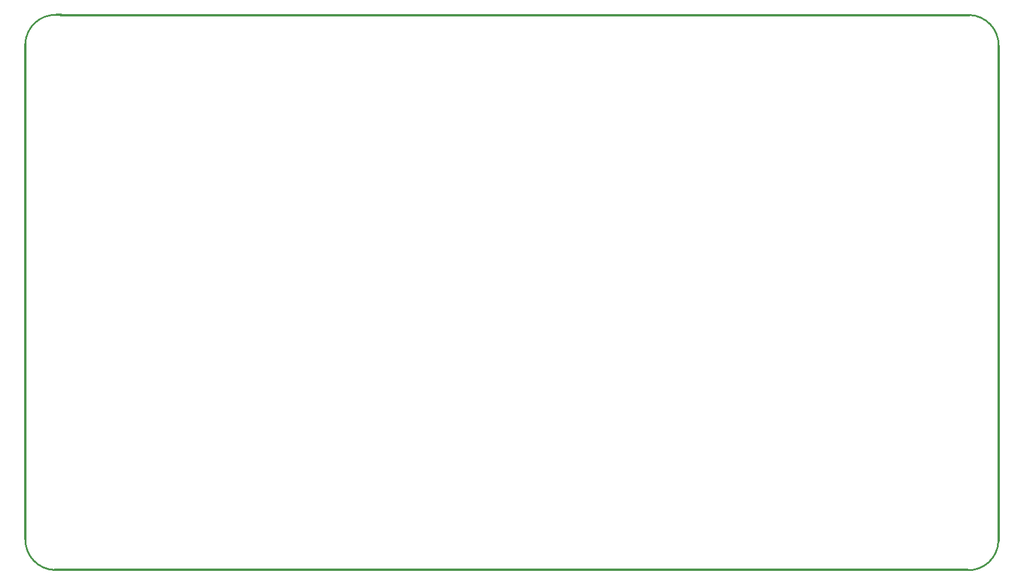
<source format=gko>
%FSLAX43Y43*%
%MOMM*%
G71*
G01*
G75*
G04 Layer_Color=16711935*
%ADD10R,0.650X0.600*%
%ADD11R,0.500X0.600*%
%ADD12R,0.800X0.800*%
%ADD13R,0.900X1.300*%
%ADD14R,1.300X0.900*%
%ADD15R,0.800X0.800*%
%ADD16R,0.850X0.600*%
%ADD17R,0.600X0.850*%
%ADD18R,0.600X0.650*%
%ADD19R,0.600X0.500*%
%ADD20O,1.800X0.300*%
%ADD21O,0.300X1.800*%
%ADD22O,2.100X0.450*%
%ADD23R,2.400X3.300*%
%ADD24R,2.400X1.000*%
%ADD25O,0.510X2.000*%
%ADD26R,0.510X2.000*%
%ADD27R,2.400X2.500*%
%ADD28R,2.500X2.500*%
%ADD29O,1.650X0.550*%
%ADD30O,0.700X0.200*%
%ADD31O,0.200X0.700*%
%ADD32C,0.254*%
%ADD33C,0.200*%
%ADD34C,1.000*%
%ADD35C,0.250*%
%ADD36C,1.500*%
%ADD37C,0.500*%
%ADD38C,0.245*%
%ADD39O,1.800X1.524*%
%ADD40O,1.800X1.500*%
%ADD41O,5.000X4.000*%
%ADD42C,3.000*%
%ADD43P,1.524X8X112.5*%
%ADD44C,0.600*%
%ADD45C,5.000*%
%ADD46C,1.700*%
%ADD47O,1.700X3.556*%
G04:AMPARAMS|DCode=48|XSize=2.032mm|YSize=1.524mm|CornerRadius=0mm|HoleSize=0mm|Usage=FLASHONLY|Rotation=270.000|XOffset=0mm|YOffset=0mm|HoleType=Round|Shape=Octagon|*
%AMOCTAGOND48*
4,1,8,-0.381,-1.016,0.381,-1.016,0.762,-0.635,0.762,0.635,0.381,1.016,-0.381,1.016,-0.762,0.635,-0.762,-0.635,-0.381,-1.016,0.0*
%
%ADD48OCTAGOND48*%

%ADD49O,2.400X1.800*%
%ADD50R,2.400X1.800*%
G04:AMPARAMS|DCode=51|XSize=1.2mm|YSize=1.6mm|CornerRadius=0.3mm|HoleSize=0mm|Usage=FLASHONLY|Rotation=270.000|XOffset=0mm|YOffset=0mm|HoleType=Round|Shape=RoundedRectangle|*
%AMROUNDEDRECTD51*
21,1,1.200,1.000,0,0,270.0*
21,1,0.600,1.600,0,0,270.0*
1,1,0.600,-0.500,-0.300*
1,1,0.600,-0.500,0.300*
1,1,0.600,0.500,0.300*
1,1,0.600,0.500,-0.300*
%
%ADD51ROUNDEDRECTD51*%
%ADD52R,1.600X1.200*%
%ADD53C,1.397*%
%ADD54C,3.800*%
%ADD55O,1.600X1.900*%
%ADD56R,1.600X1.900*%
%ADD57C,2.032*%
%ADD58R,2.032X2.032*%
%ADD59C,1.500*%
%ADD60R,1.500X1.500*%
%ADD61R,1.500X1.500*%
%ADD62C,2.500*%
%ADD63P,2.337X8X202.5*%
%ADD64C,0.700*%
%ADD65C,1.000*%
%ADD66C,0.255*%
%ADD67C,0.800*%
%ADD68C,0.178*%
%ADD69C,0.860*%
%ADD70C,0.127*%
%ADD71C,0.600*%
%ADD72C,0.152*%
%ADD73C,0.203*%
%ADD74C,0.762*%
%ADD75C,0.051*%
%ADD76C,0.120*%
%ADD77C,0.150*%
%ADD78R,17.755X3.175*%
%ADD79R,2.159X1.905*%
%ADD80R,0.508X0.508*%
%ADD81R,1.778X0.254*%
%ADD82R,0.701X0.651*%
%ADD83R,0.551X0.651*%
%ADD84R,1.003X1.003*%
%ADD85R,1.103X1.503*%
%ADD86R,1.503X1.103*%
%ADD87R,1.003X1.003*%
%ADD88R,1.053X0.803*%
%ADD89R,0.803X1.053*%
%ADD90R,0.651X0.701*%
%ADD91R,0.651X0.551*%
%ADD92O,2.003X0.503*%
%ADD93O,0.503X2.003*%
%ADD94O,2.303X0.653*%
%ADD95R,2.603X3.503*%
%ADD96R,2.603X1.203*%
%ADD97O,0.713X2.203*%
%ADD98R,0.713X2.203*%
%ADD99R,2.603X2.703*%
%ADD100R,2.703X2.703*%
%ADD101O,1.853X0.753*%
%ADD102O,0.903X0.403*%
%ADD103O,0.403X0.903*%
%ADD104O,2.003X1.727*%
%ADD105O,2.003X1.703*%
%ADD106O,5.203X4.203*%
%ADD107C,3.203*%
%ADD108P,1.744X8X112.5*%
%ADD109C,0.803*%
%ADD110C,5.200*%
%ADD111C,1.903*%
%ADD112O,1.903X3.759*%
G04:AMPARAMS|DCode=113|XSize=2.235mm|YSize=1.727mm|CornerRadius=0mm|HoleSize=0mm|Usage=FLASHONLY|Rotation=270.000|XOffset=0mm|YOffset=0mm|HoleType=Round|Shape=Octagon|*
%AMOCTAGOND113*
4,1,8,-0.432,-1.118,0.432,-1.118,0.864,-0.686,0.864,0.686,0.432,1.118,-0.432,1.118,-0.864,0.686,-0.864,-0.686,-0.432,-1.118,0.0*
%
%ADD113OCTAGOND113*%

%ADD114O,2.603X2.003*%
%ADD115R,2.603X2.003*%
G04:AMPARAMS|DCode=116|XSize=1.403mm|YSize=1.803mm|CornerRadius=0.402mm|HoleSize=0mm|Usage=FLASHONLY|Rotation=270.000|XOffset=0mm|YOffset=0mm|HoleType=Round|Shape=RoundedRectangle|*
%AMROUNDEDRECTD116*
21,1,1.403,1.000,0,0,270.0*
21,1,0.600,1.803,0,0,270.0*
1,1,0.803,-0.500,-0.300*
1,1,0.803,-0.500,0.300*
1,1,0.803,0.500,0.300*
1,1,0.803,0.500,-0.300*
%
%ADD116ROUNDEDRECTD116*%
%ADD117R,1.803X1.403*%
%ADD118C,1.600*%
%ADD119C,4.003*%
%ADD120O,1.803X2.103*%
%ADD121R,1.803X2.103*%
%ADD122C,2.235*%
%ADD123R,2.235X2.235*%
%ADD124C,1.703*%
%ADD125R,1.703X1.703*%
%ADD126R,1.703X1.703*%
%ADD127C,2.703*%
%ADD128P,2.557X8X202.5*%
%ADD129C,0.100*%
%ADD130C,0.300*%
D32*
X192151Y152400D02*
G03*
X187960Y156865I-4328J137D01*
G01*
X187668Y76835D02*
G03*
X192133Y81026I137J4328D01*
G01*
X52070Y81330D02*
G03*
X56261Y76865I4328J-137D01*
G01*
X56515Y156883D02*
G03*
X52050Y152692I-137J-4328D01*
G01*
D130*
X57170Y156865D02*
X57188Y156883D01*
X56515D02*
X57188D01*
X57170Y156865D02*
X187960D01*
X192133Y81026D02*
Y152400D01*
X56261Y76865D02*
X187668D01*
X52070Y81330D02*
Y152692D01*
M02*

</source>
